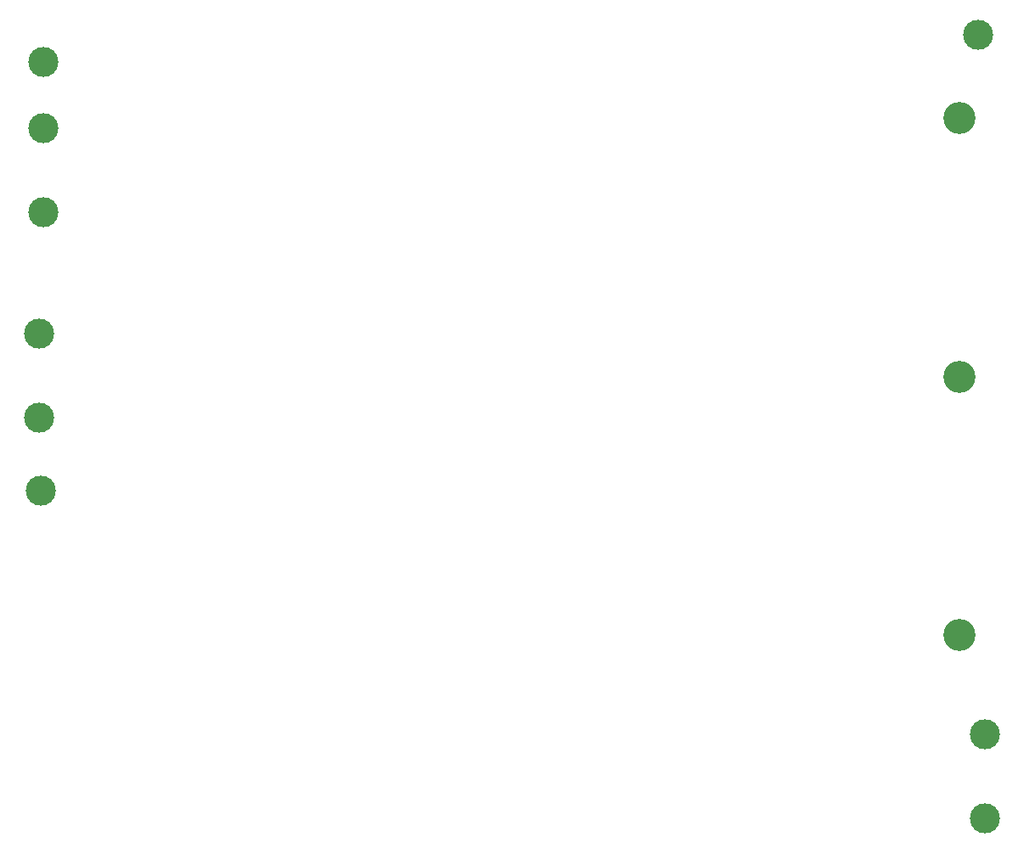
<source format=gbr>
%TF.GenerationSoftware,KiCad,Pcbnew,9.0.0*%
%TF.CreationDate,2025-03-25T01:22:25+01:00*%
%TF.ProjectId,FCCU-v2-schematic-pcb,46434355-2d76-4322-9d73-6368656d6174,rev?*%
%TF.SameCoordinates,Original*%
%TF.FileFunction,NonPlated,1,2,NPTH,Drill*%
%TF.FilePolarity,Positive*%
%FSLAX46Y46*%
G04 Gerber Fmt 4.6, Leading zero omitted, Abs format (unit mm)*
G04 Created by KiCad (PCBNEW 9.0.0) date 2025-03-25 01:22:25*
%MOMM*%
%LPD*%
G01*
G04 APERTURE LIST*
%TA.AperFunction,ComponentDrill*%
%ADD10C,3.000000*%
%TD*%
%TA.AperFunction,ComponentDrill*%
%ADD11C,3.200000*%
%TD*%
G04 APERTURE END LIST*
D10*
%TO.C,J3*%
X93412900Y-63515750D03*
X93412900Y-71915750D03*
%TO.C,J5*%
X93575000Y-79200000D03*
%TO.C,J4*%
X93775000Y-36400000D03*
%TO.C,J8*%
X93775000Y-43000000D03*
X93775000Y-51400000D03*
%TO.C,J1*%
X186925000Y-33750000D03*
%TO.C,J2*%
X187587100Y-103484250D03*
X187587100Y-111884250D03*
D11*
%TO.C,J7*%
X185100000Y-42000000D03*
%TO.C,J6*%
X185100000Y-67800000D03*
%TO.C,J7*%
X185100000Y-67800000D03*
%TO.C,J6*%
X185100000Y-93600000D03*
M02*

</source>
